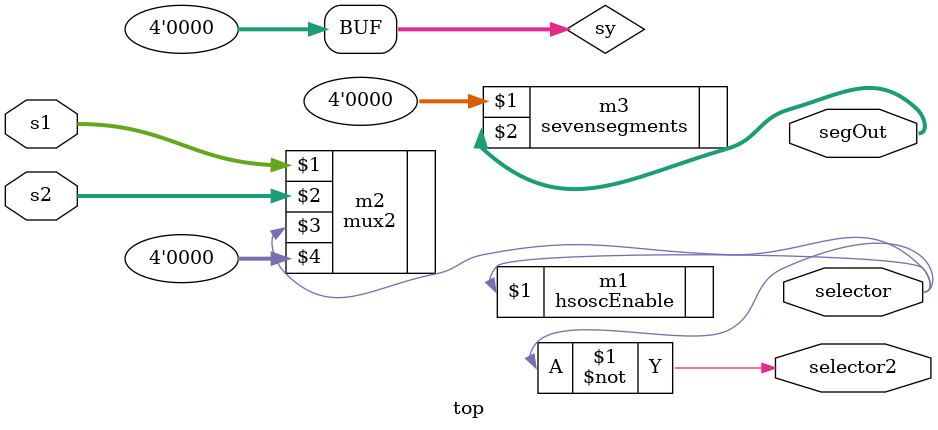
<source format=sv>

module top(
	input logic [3:0] s1, s2,
	output logic [6:0] segOut,
	output logic selector, selector2
);

// define middle variables
logic [3:0] sy = 0;

//oscilate selector variable
hsoscEnable m1(selector); // create selector signal
 
// deliver sy
mux2 m2(s1, s2, selector, sy);

// pass sy to read into hex output
sevensegments m3(sy, segOut);

assign selector2 = ~selector; 



endmodule
</source>
